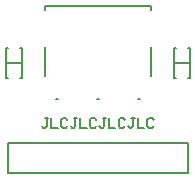
<source format=gbr>
%TF.GenerationSoftware,Altium Limited,Altium Designer,21.3.2 (30)*%
G04 Layer_Color=65535*
%FSLAX44Y44*%
%MOMM*%
%TF.SameCoordinates,675AFF39-0D07-4396-8A84-043E8CC343DD*%
%TF.FilePolarity,Positive*%
%TF.FileFunction,Legend,Top*%
%TF.Part,Single*%
G01*
G75*
%TA.AperFunction,NonConductor*%
%ADD22C,0.1524*%
%ADD28C,0.1500*%
%ADD29C,0.2000*%
D22*
X-41981Y-66551D02*
X-44690D01*
X-43335D01*
Y-73322D01*
X-44690Y-74676D01*
X-46044D01*
X-47398Y-73322D01*
X-39273Y-66551D02*
Y-74676D01*
X-33856D01*
X-25730Y-67905D02*
X-27085Y-66551D01*
X-29793D01*
X-31147Y-67905D01*
Y-73322D01*
X-29793Y-74676D01*
X-27085D01*
X-25730Y-73322D01*
X-17605Y-66551D02*
X-20313D01*
X-18959D01*
Y-73322D01*
X-20313Y-74676D01*
X-21668D01*
X-23022Y-73322D01*
X-14897Y-66551D02*
Y-74676D01*
X-9480D01*
X-1354Y-67905D02*
X-2709Y-66551D01*
X-5417D01*
X-6771Y-67905D01*
Y-73322D01*
X-5417Y-74676D01*
X-2709D01*
X-1354Y-73322D01*
X6771Y-66551D02*
X4063D01*
X5417D01*
Y-73322D01*
X4063Y-74676D01*
X2709D01*
X1354Y-73322D01*
X9480Y-66551D02*
Y-74676D01*
X14897D01*
X23022Y-67905D02*
X21668Y-66551D01*
X18959D01*
X17605Y-67905D01*
Y-73322D01*
X18959Y-74676D01*
X21668D01*
X23022Y-73322D01*
X31147Y-66551D02*
X28439D01*
X29793D01*
Y-73322D01*
X28439Y-74676D01*
X27085D01*
X25730Y-73322D01*
X33856Y-66551D02*
Y-74676D01*
X39273D01*
X47398Y-67905D02*
X46044Y-66551D01*
X43335D01*
X41981Y-67905D01*
Y-73322D01*
X43335Y-74676D01*
X46044D01*
X47398Y-73322D01*
D28*
X64120Y-7620D02*
X66040D01*
X64120Y-33020D02*
Y-7620D01*
Y-33020D02*
X66040D01*
X76200D02*
X78120D01*
Y-7620D01*
X76200D02*
X78120D01*
X64120Y-20320D02*
X78120D01*
X-78120Y-7620D02*
X-76200D01*
X-78120Y-33020D02*
Y-7620D01*
Y-33020D02*
X-76200D01*
X-66040D02*
X-64120D01*
Y-7620D01*
X-66040D02*
X-64120D01*
X-78120Y-20320D02*
X-64120D01*
D29*
X76200Y-112700D02*
Y-87300D01*
X-76200Y-112700D02*
Y-87300D01*
X76200D01*
X-76200Y-112700D02*
X76200D01*
X34200Y-50360D02*
X34850D01*
X35600D01*
X-34450D02*
X-33700D01*
X-35100D02*
X-34450D01*
X200D02*
X1200D01*
X-800D02*
X200D01*
X-44500Y24740D02*
Y28640D01*
X44900Y24740D02*
Y28640D01*
X-44500D02*
X44900D01*
Y-31260D02*
Y-6760D01*
X-44300Y-31260D02*
Y-6760D01*
%TF.MD5,9bf7039b476be5fc28f91fa5eb5f8d28*%
M02*

</source>
